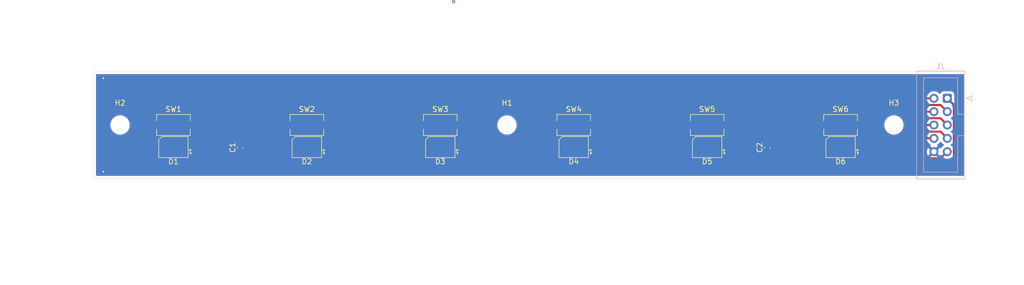
<source format=kicad_pcb>
(kicad_pcb (version 20240108) (generator "pcbnew") (generator_version "8.0")
  (layers (0 "F.Cu" signal) (31 "B.Cu" signal) (34 "B.Paste" user) (35 "F.Paste" user) (36 "B.SilkS" user "B.Silkscreen") (37 "F.SilkS" user "F.Silkscreen") (38 "B.Mask" user) (39 "F.Mask" user) (44 "Edge.Cuts" user))
  (net 0 "")
  (net 1 "GND")
  (net 2 "+3V3")
  (net 3 "Net-(D1-DIN)")
  (net 4 "Net-(D1-DOUT)")
  (net 5 "Net-(D2-DOUT)")
  (net 6 "Net-(D3-DOUT)")
  (net 7 "Net-(D4-DOUT)")
  (net 8 "Net-(D5-DOUT)")
  (net 9 "Net-(D6-DOUT)")
  (net 10 "Net-(J1-Pin_5)")
  (net 11 "Net-(J1-Pin_8)")
  (net 12 "Net-(J1-Pin_6)")
  (net 13 "Net-(J1-Pin_3)")
  (net 14 "Net-(J1-Pin_7)")
  (net 15 "Net-(J1-Pin_4)")
  (footprint "Button_Switch_SMD:SW_Tactile_SPST_NO_Straight_CK_PTS636Sx25SMTRLFS" (layer "F.Cu") (at 101.6 50.8)
    (property "Reference" "SW3" (at 0 -3 0) (layer "F.SilkS"))
    (property "Value" "SW_Push")
    (fp_line (start -3.2 -2) (end -3.2 -0.8) (stroke (width 0.12)) (layer "F.SilkS"))
    (fp_line (start -3.2 0.8) (end -3.2 2) (stroke (width 0.12)) (layer "F.SilkS"))
    (fp_line (start -3.2 2) (end 3.2 2) (stroke (width 0.12)) (layer "F.SilkS"))
    (fp_line (start 3.2 -2) (end -3.2 -2) (stroke (width 0.12)) (layer "F.SilkS"))
    (fp_line (start 3.2 -0.8) (end 3.2 -2) (stroke (width 0.12)) (layer "F.SilkS"))
    (fp_line (start 3.2 2) (end 3.2 0.8) (stroke (width 0.12)) (layer "F.SilkS"))
    (pad "1" smd rect (at -3.875 0) (size 1.25 1) (layers "F.Cu" "F.Paste" "F.Mask") (net 10 "Net-(J1-Pin_5)"))
    (pad "2" smd rect (at 3.875 0) (size 1.25 1) (layers "F.Cu" "F.Paste" "F.Mask") (net 1 "GND"))
  )
  (footprint "Button_Switch_SMD:SW_Tactile_SPST_NO_Straight_CK_PTS636Sx25SMTRLFS" (layer "F.Cu") (at 50.8 50.8)
    (property "Reference" "SW1" (at 0 -3 0) (layer "F.SilkS"))
    (property "Value" "SW_Push")
    (fp_line (start -3.2 -2) (end -3.2 -0.8) (stroke (width 0.12)) (layer "F.SilkS"))
    (fp_line (start -3.2 0.8) (end -3.2 2) (stroke (width 0.12)) (layer "F.SilkS"))
    (fp_line (start -3.2 2) (end 3.2 2) (stroke (width 0.12)) (layer "F.SilkS"))
    (fp_line (start 3.2 -2) (end -3.2 -2) (stroke (width 0.12)) (layer "F.SilkS"))
    (fp_line (start 3.2 -0.8) (end 3.2 -2) (stroke (width 0.12)) (layer "F.SilkS"))
    (fp_line (start 3.2 2) (end 3.2 0.8) (stroke (width 0.12)) (layer "F.SilkS"))
    (pad "1" smd rect (at -3.875 0) (size 1.25 1) (layers "F.Cu" "F.Paste" "F.Mask") (net 13 "Net-(J1-Pin_3)"))
    (pad "2" smd rect (at 3.875 0) (size 1.25 1) (layers "F.Cu" "F.Paste" "F.Mask") (net 1 "GND"))
  )
  (footprint "Button_Switch_SMD:SW_Tactile_SPST_NO_Straight_CK_PTS636Sx25SMTRLFS" (layer "F.Cu") (at 177.8 50.8)
    (property "Reference" "SW6" (at 0 -3 0) (layer "F.SilkS"))
    (property "Value" "SW_Push")
    (fp_line (start -3.2 -2) (end -3.2 -0.8) (stroke (width 0.12)) (layer "F.SilkS"))
    (fp_line (start -3.2 0.8) (end -3.2 2) (stroke (width 0.12)) (layer "F.SilkS"))
    (fp_line (start -3.2 2) (end 3.2 2) (stroke (width 0.12)) (layer "F.SilkS"))
    (fp_line (start 3.2 -2) (end -3.2 -2) (stroke (width 0.12)) (layer "F.SilkS"))
    (fp_line (start 3.2 -0.8) (end 3.2 -2) (stroke (width 0.12)) (layer "F.SilkS"))
    (fp_line (start 3.2 2) (end 3.2 0.8) (stroke (width 0.12)) (layer "F.SilkS"))
    (pad "1" smd rect (at -3.875 0) (size 1.25 1) (layers "F.Cu" "F.Paste" "F.Mask") (net 11 "Net-(J1-Pin_8)"))
    (pad "2" smd rect (at 3.875 0) (size 1.25 1) (layers "F.Cu" "F.Paste" "F.Mask") (net 1 "GND"))
  )
  (footprint "Button_Switch_SMD:SW_Tactile_SPST_NO_Straight_CK_PTS636Sx25SMTRLFS" (layer "F.Cu") (at 152.4 50.8)
    (property "Reference" "SW5" (at 0 -3 0) (layer "F.SilkS"))
    (property "Value" "SW_Push")
    (fp_line (start -3.2 -2) (end -3.2 -0.8) (stroke (width 0.12)) (layer "F.SilkS"))
    (fp_line (start -3.2 0.8) (end -3.2 2) (stroke (width 0.12)) (layer "F.SilkS"))
    (fp_line (start -3.2 2) (end 3.2 2) (stroke (width 0.12)) (layer "F.SilkS"))
    (fp_line (start 3.2 -2) (end -3.2 -2) (stroke (width 0.12)) (layer "F.SilkS"))
    (fp_line (start 3.2 -0.8) (end 3.2 -2) (stroke (width 0.12)) (layer "F.SilkS"))
    (fp_line (start 3.2 2) (end 3.2 0.8) (stroke (width 0.12)) (layer "F.SilkS"))
    (pad "1" smd rect (at -3.875 0) (size 1.25 1) (layers "F.Cu" "F.Paste" "F.Mask") (net 14 "Net-(J1-Pin_7)"))
    (pad "2" smd rect (at 3.875 0) (size 1.25 1) (layers "F.Cu" "F.Paste" "F.Mask") (net 1 "GND"))
  )
  (footprint "Button_Switch_SMD:SW_Tactile_SPST_NO_Straight_CK_PTS636Sx25SMTRLFS" (layer "F.Cu") (at 127 50.8)
    (property "Reference" "SW4" (at 0 -3 0) (layer "F.SilkS"))
    (property "Value" "SW_Push")
    (fp_line (start -3.2 -2) (end -3.2 -0.8) (stroke (width 0.12)) (layer "F.SilkS"))
    (fp_line (start -3.2 0.8) (end -3.2 2) (stroke (width 0.12)) (layer "F.SilkS"))
    (fp_line (start -3.2 2) (end 3.2 2) (stroke (width 0.12)) (layer "F.SilkS"))
    (fp_line (start 3.2 -2) (end -3.2 -2) (stroke (width 0.12)) (layer "F.SilkS"))
    (fp_line (start 3.2 -0.8) (end 3.2 -2) (stroke (width 0.12)) (layer "F.SilkS"))
    (fp_line (start 3.2 2) (end 3.2 0.8) (stroke (width 0.12)) (layer "F.SilkS"))
    (pad "1" smd rect (at -3.875 0) (size 1.25 1) (layers "F.Cu" "F.Paste" "F.Mask") (net 12 "Net-(J1-Pin_6)"))
    (pad "2" smd rect (at 3.875 0) (size 1.25 1) (layers "F.Cu" "F.Paste" "F.Mask") (net 1 "GND"))
  )
  (footprint "MountingHole:MountingHole_3.2mm_M3" (layer "F.Cu") (at 40.64 50.8)
    (property "Reference" "H2" (at 0 -4.2 0) (layer "F.SilkS"))
    (property "Value" "MountingHole")
    (pad "" np_thru_hole circle (at 0 0) (size 3.2 3.2) (drill 3.2) (layers "*.Cu" "*.Mask"))
  )
  (footprint "MountingHole:MountingHole_3.2mm_M3" (layer "F.Cu") (at 114.3 50.8)
    (property "Reference" "H1" (at 0 -4.2 0) (layer "F.SilkS"))
    (property "Value" "MountingHole")
    (pad "" np_thru_hole circle (at 0 0) (size 3.2 3.2) (drill 3.2) (layers "*.Cu" "*.Mask"))
  )
  (footprint "Capacitor_SMD:C_0603_1608Metric" (layer "F.Cu") (at 63.5 55.105 90)
    (property "Reference" "C1" (at 0 -1.43 90) (layer "F.SilkS"))
    (property "Value" "C")
    (fp_line (start -0.14058 -0.51) (end 0.14058 -0.51) (stroke (width 0.12)) (layer "F.SilkS"))
    (fp_line (start -0.14058 0.51) (end 0.14058 0.51) (stroke (width 0.12)) (layer "F.SilkS"))
    (pad "1" smd roundrect (at -0.775 0 90) (size 0.9 0.95) (layers "F.Cu" "F.Paste" "F.Mask") (net 2 "+3V3"))
    (pad "2" smd roundrect (at 0.775 0 90) (size 0.9 0.95) (layers "F.Cu" "F.Paste" "F.Mask") (net 1 "GND"))
  )
  (footprint "LED_SMD:LED_SK6812MINI_PLCC4_3.5x3.5mm_P1.75mm" (layer "F.Cu") (at 152.4 55.005 180)
    (property "Reference" "D5" (at 0 -2.75 360) (layer "F.SilkS"))
    (property "Value" "SK6812MINI")
    (fp_line (start 2.8 1.4) (end 2.8 -2) (stroke (width 0.12)) (layer "F.SilkS"))
    (fp_line (start 2.8 1.4) (end 2.2 2) (stroke (width 0.12)) (layer "F.SilkS"))
    (fp_line (start -2.8 2) (end 2.2 2) (stroke (width 0.12)) (layer "F.SilkS"))
    (fp_line (start -2.8 -2) (end 2.8 -2) (stroke (width 0.12)) (layer "F.SilkS"))
    (fp_line (start -2.8 -2) (end -2.8 2) (stroke (width 0.12)) (layer "F.SilkS"))
    (fp_text user "1" (at -3.2 -0.875 180) (layer "F.SilkS") (effects (font (size 0.8 0.8))))
    (pad "1" smd rect (at -1.75 -0.875 180) (size 1.6 0.85) (layers "F.Cu" "F.Paste" "F.Mask") (net 8 "Net-(D5-DOUT)"))
    (pad "2" smd rect (at -1.75 0.875 180) (size 1.6 0.85) (layers "F.Cu" "F.Paste" "F.Mask") (net 1 "GND"))
    (pad "3" smd rect (at 1.75 0.875 180) (size 1.6 0.85) (layers "F.Cu" "F.Paste" "F.Mask") (net 7 "Net-(D4-DOUT)"))
    (pad "4" smd rect (at 1.75 -0.875 180) (size 1.6 0.85) (layers "F.Cu" "F.Paste" "F.Mask") (net 2 "+3V3"))
  )
  (footprint "LED_SMD:LED_SK6812MINI_PLCC4_3.5x3.5mm_P1.75mm" (layer "F.Cu") (at 127 55.005 180)
    (property "Reference" "D4" (at 0 -2.75 360) (layer "F.SilkS"))
    (property "Value" "SK6812MINI")
    (fp_line (start 2.8 1.4) (end 2.8 -2) (stroke (width 0.12)) (layer "F.SilkS"))
    (fp_line (start 2.8 1.4) (end 2.2 2) (stroke (width 0.12)) (layer "F.SilkS"))
    (fp_line (start -2.8 2) (end 2.2 2) (stroke (width 0.12)) (layer "F.SilkS"))
    (fp_line (start -2.8 -2) (end 2.8 -2) (stroke (width 0.12)) (layer "F.SilkS"))
    (fp_line (start -2.8 -2) (end -2.8 2) (stroke (width 0.12)) (layer "F.SilkS"))
    (fp_text user "1" (at -3.2 -0.875 180) (layer "F.SilkS") (effects (font (size 0.8 0.8))))
    (pad "1" smd rect (at -1.75 -0.875 180) (size 1.6 0.85) (layers "F.Cu" "F.Paste" "F.Mask") (net 7 "Net-(D4-DOUT)"))
    (pad "2" smd rect (at -1.75 0.875 180) (size 1.6 0.85) (layers "F.Cu" "F.Paste" "F.Mask") (net 1 "GND"))
    (pad "3" smd rect (at 1.75 0.875 180) (size 1.6 0.85) (layers "F.Cu" "F.Paste" "F.Mask") (net 6 "Net-(D3-DOUT)"))
    (pad "4" smd rect (at 1.75 -0.875 180) (size 1.6 0.85) (layers "F.Cu" "F.Paste" "F.Mask") (net 2 "+3V3"))
  )
  (footprint "LED_SMD:LED_SK6812MINI_PLCC4_3.5x3.5mm_P1.75mm" (layer "F.Cu") (at 101.6 55.005 180)
    (property "Reference" "D3" (at 0 -2.75 360) (layer "F.SilkS"))
    (property "Value" "SK6812MINI")
    (fp_line (start 2.8 1.4) (end 2.8 -2) (stroke (width 0.12)) (layer "F.SilkS"))
    (fp_line (start 2.8 1.4) (end 2.2 2) (stroke (width 0.12)) (layer "F.SilkS"))
    (fp_line (start -2.8 2) (end 2.2 2) (stroke (width 0.12)) (layer "F.SilkS"))
    (fp_line (start -2.8 -2) (end 2.8 -2) (stroke (width 0.12)) (layer "F.SilkS"))
    (fp_line (start -2.8 -2) (end -2.8 2) (stroke (width 0.12)) (layer "F.SilkS"))
    (fp_text user "1" (at -3.2 -0.875 180) (layer "F.SilkS") (effects (font (size 0.8 0.8))))
    (pad "1" smd rect (at -1.75 -0.875 180) (size 1.6 0.85) (layers "F.Cu" "F.Paste" "F.Mask") (net 6 "Net-(D3-DOUT)"))
    (pad "2" smd rect (at -1.75 0.875 180) (size 1.6 0.85) (layers "F.Cu" "F.Paste" "F.Mask") (net 1 "GND"))
    (pad "3" smd rect (at 1.75 0.875 180) (size 1.6 0.85) (layers "F.Cu" "F.Paste" "F.Mask") (net 5 "Net-(D2-DOUT)"))
    (pad "4" smd rect (at 1.75 -0.875 180) (size 1.6 0.85) (layers "F.Cu" "F.Paste" "F.Mask") (net 2 "+3V3"))
  )
  (footprint "LED_SMD:LED_SK6812MINI_PLCC4_3.5x3.5mm_P1.75mm" (layer "F.Cu") (at 50.8 55.005 180)
    (property "Reference" "D1" (at 0 -2.75 360) (layer "F.SilkS"))
    (property "Value" "SK6812MINI")
    (fp_line (start 2.8 1.4) (end 2.8 -2) (stroke (width 0.12)) (layer "F.SilkS"))
    (fp_line (start 2.8 1.4) (end 2.2 2) (stroke (width 0.12)) (layer "F.SilkS"))
    (fp_line (start -2.8 2) (end 2.2 2) (stroke (width 0.12)) (layer "F.SilkS"))
    (fp_line (start -2.8 -2) (end 2.8 -2) (stroke (width 0.12)) (layer "F.SilkS"))
    (fp_line (start -2.8 -2) (end -2.8 2) (stroke (width 0.12)) (layer "F.SilkS"))
    (fp_text user "1" (at -3.2 -0.875 180) (layer "F.SilkS") (effects (font (size 0.8 0.8))))
    (pad "1" smd rect (at -1.75 -0.875 180) (size 1.6 0.85) (layers "F.Cu" "F.Paste" "F.Mask") (net 4 "Net-(D1-DOUT)"))
    (pad "2" smd rect (at -1.75 0.875 180) (size 1.6 0.85) (layers "F.Cu" "F.Paste" "F.Mask") (net 1 "GND"))
    (pad "3" smd rect (at 1.75 0.875 180) (size 1.6 0.85) (layers "F.Cu" "F.Paste" "F.Mask") (net 3 "Net-(D1-DIN)"))
    (pad "4" smd rect (at 1.75 -0.875 180) (size 1.6 0.85) (layers "F.Cu" "F.Paste" "F.Mask") (net 2 "+3V3"))
  )
  (footprint "LED_SMD:LED_SK6812MINI_PLCC4_3.5x3.5mm_P1.75mm" (layer "F.Cu") (at 177.8 55.005 180)
    (property "Reference" "D6" (at 0 -2.75 360) (layer "F.SilkS"))
    (property "Value" "SK6812MINI")
    (fp_line (start 2.8 1.4) (end 2.8 -2) (stroke (width 0.12)) (layer "F.SilkS"))
    (fp_line (start 2.8 1.4) (end 2.2 2) (stroke (width 0.12)) (layer "F.SilkS"))
    (fp_line (start -2.8 2) (end 2.2 2) (stroke (width 0.12)) (layer "F.SilkS"))
    (fp_line (start -2.8 -2) (end 2.8 -2) (stroke (width 0.12)) (layer "F.SilkS"))
    (fp_line (start -2.8 -2) (end -2.8 2) (stroke (width 0.12)) (layer "F.SilkS"))
    (fp_text user "1" (at -3.2 -0.875 180) (layer "F.SilkS") (effects (font (size 0.8 0.8))))
    (pad "1" smd rect (at -1.75 -0.875 180) (size 1.6 0.85) (layers "F.Cu" "F.Paste" "F.Mask") (net 9 "Net-(D6-DOUT)"))
    (pad "2" smd rect (at -1.75 0.875 180) (size 1.6 0.85) (layers "F.Cu" "F.Paste" "F.Mask") (net 1 "GND"))
    (pad "3" smd rect (at 1.75 0.875 180) (size 1.6 0.85) (layers "F.Cu" "F.Paste" "F.Mask") (net 8 "Net-(D5-DOUT)"))
    (pad "4" smd rect (at 1.75 -0.875 180) (size 1.6 0.85) (layers "F.Cu" "F.Paste" "F.Mask") (net 2 "+3V3"))
  )
  (footprint "Capacitor_SMD:C_0603_1608Metric" (layer "F.Cu") (at 163.83 55.105 90)
    (property "Reference" "C2" (at 0 -1.43 90) (layer "F.SilkS"))
    (property "Value" "C")
    (fp_line (start -0.14058 -0.51) (end 0.14058 -0.51) (stroke (width 0.12)) (layer "F.SilkS"))
    (fp_line (start -0.14058 0.51) (end 0.14058 0.51) (stroke (width 0.12)) (layer "F.SilkS"))
    (pad "1" smd roundrect (at -0.775 0 90) (size 0.9 0.95) (layers "F.Cu" "F.Paste" "F.Mask") (net 2 "+3V3"))
    (pad "2" smd roundrect (at 0.775 0 90) (size 0.9 0.95) (layers "F.Cu" "F.Paste" "F.Mask") (net 1 "GND"))
  )
  (footprint "MountingHole:MountingHole_3.2mm_M3" (layer "F.Cu") (at 187.96 50.8)
    (property "Reference" "H3" (at 0 -4.2 0) (layer "F.SilkS"))
    (property "Value" "MountingHole")
    (pad "" np_thru_hole circle (at 0 0) (size 3.2 3.2) (drill 3.2) (layers "*.Cu" "*.Mask"))
  )
  (footprint "Button_Switch_SMD:SW_Tactile_SPST_NO_Straight_CK_PTS636Sx25SMTRLFS" (layer "F.Cu") (at 76.2 50.8)
    (property "Reference" "SW2" (at 0 -3 0) (layer "F.SilkS"))
    (property "Value" "SW_Push")
    (fp_line (start -3.2 -2) (end -3.2 -0.8) (stroke (width 0.12)) (layer "F.SilkS"))
    (fp_line (start -3.2 0.8) (end -3.2 2) (stroke (width 0.12)) (layer "F.SilkS"))
    (fp_line (start -3.2 2) (end 3.2 2) (stroke (width 0.12)) (layer "F.SilkS"))
    (fp_line (start 3.2 -2) (end -3.2 -2) (stroke (width 0.12)) (layer "F.SilkS"))
    (fp_line (start 3.2 -0.8) (end 3.2 -2) (stroke (width 0.12)) (layer "F.SilkS"))
    (fp_line (start 3.2 2) (end 3.2 0.8) (stroke (width 0.12)) (layer "F.SilkS"))
    (pad "1" smd rect (at -3.875 0) (size 1.25 1) (layers "F.Cu" "F.Paste" "F.Mask") (net 15 "Net-(J1-Pin_4)"))
    (pad "2" smd rect (at 3.875 0) (size 1.25 1) (layers "F.Cu" "F.Paste" "F.Mask") (net 1 "GND"))
  )
  (footprint "LED_SMD:LED_SK6812MINI_PLCC4_3.5x3.5mm_P1.75mm" (layer "F.Cu") (at 76.2 55.005 180)
    (property "Reference" "D2" (at 0 -2.75 360) (layer "F.SilkS"))
    (property "Value" "SK6812MINI")
    (fp_line (start 2.8 1.4) (end 2.8 -2) (stroke (width 0.12)) (layer "F.SilkS"))
    (fp_line (start 2.8 1.4) (end 2.2 2) (stroke (width 0.12)) (layer "F.SilkS"))
    (fp_line (start -2.8 2) (end 2.2 2) (stroke (width 0.12)) (layer "F.SilkS"))
    (fp_line (start -2.8 -2) (end 2.8 -2) (stroke (width 0.12)) (layer "F.SilkS"))
    (fp_line (start -2.8 -2) (end -2.8 2) (stroke (width 0.12)) (layer "F.SilkS"))
    (fp_text user "1" (at -3.2 -0.875 180) (layer "F.SilkS") (effects (font (size 0.8 0.8))))
    (pad "1" smd rect (at -1.75 -0.875 180) (size 1.6 0.85) (layers "F.Cu" "F.Paste" "F.Mask") (net 5 "Net-(D2-DOUT)"))
    (pad "2" smd rect (at -1.75 0.875 180) (size 1.6 0.85) (layers "F.Cu" "F.Paste" "F.Mask") (net 1 "GND"))
    (pad "3" smd rect (at 1.75 0.875 180) (size 1.6 0.85) (layers "F.Cu" "F.Paste" "F.Mask") (net 4 "Net-(D1-DOUT)"))
    (pad "4" smd rect (at 1.75 -0.875 180) (size 1.6 0.85) (layers "F.Cu" "F.Paste" "F.Mask") (net 2 "+3V3"))
  )
  (footprint "Connector_IDC:IDC-Header_2x05_P2.54mm_Vertical" (layer "B.Cu") (at 198.12 45.72 180)
    (property "Reference" "J1" (at 1.27 6.1 0) (layer "B.SilkS") (effects (justify mirror)))
    (property "Value" "Conn_01x10")
    (fp_line (start 5.83 5.21) (end -3.29 5.21) (stroke (width 0.12)) (layer "B.SilkS"))
    (fp_line (start 5.83 -15.37) (end 5.83 5.21) (stroke (width 0.12)) (layer "B.SilkS"))
    (fp_line (start 4.52 3.91) (end -1.98 3.91) (stroke (width 0.12)) (layer "B.SilkS"))
    (fp_line (start 4.52 -14.07) (end 4.52 3.91) (stroke (width 0.12)) (layer "B.SilkS"))
    (fp_line (start -1.98 3.91) (end -1.98 -3.03) (stroke (width 0.12)) (layer "B.SilkS"))
    (fp_line (start -1.98 -3.03) (end -3.29 -3.03) (stroke (width 0.12)) (layer "B.SilkS"))
    (fp_line (start -1.98 -7.13) (end -1.98 -7.13) (stroke (width 0.12)) (layer "B.SilkS"))
    (fp_line (start -1.98 -7.13) (end -1.98 -14.07) (stroke (width 0.12)) (layer "B.SilkS"))
    (fp_line (start -1.98 -14.07) (end 4.52 -14.07) (stroke (width 0.12)) (layer "B.SilkS"))
    (fp_line (start -3.29 5.21) (end -3.29 -15.37) (stroke (width 0.12)) (layer "B.SilkS"))
    (fp_line (start -3.29 -7.13) (end -1.98 -7.13) (stroke (width 0.12)) (layer "B.SilkS"))
    (fp_line (start -3.29 -15.37) (end 5.83 -15.37) (stroke (width 0.12)) (layer "B.SilkS"))
    (fp_line (start -3.68 0) (end -4.68 -0.5) (stroke (width 0.12)) (layer "B.SilkS"))
    (fp_line (start -4.68 0.5) (end -3.68 0) (stroke (width 0.12)) (layer "B.SilkS"))
    (fp_line (start -4.68 -0.5) (end -4.68 0.5) (stroke (width 0.12)) (layer "B.SilkS"))
    (pad "1" thru_hole roundrect (at 0 0 180) (size 1.7 1.7) (drill 1) (layers "*.Cu" "*.Mask") (roundrect_rratio 0.147059) (net 2 "+3V3"))
    (pad "2" thru_hole circle (at 2.54 0 180) (size 1.7 1.7) (drill 1) (layers "*.Cu" "*.Mask") (net 3 "Net-(D1-DIN)"))
    (pad "3" thru_hole circle (at 0 -2.54 180) (size 1.7 1.7) (drill 1) (layers "*.Cu" "*.Mask") (net 13 "Net-(J1-Pin_3)"))
    (pad "4" thru_hole circle (at 2.54 -2.54 180) (size 1.7 1.7) (drill 1) (layers "*.Cu" "*.Mask") (net 15 "Net-(J1-Pin_4)"))
    (pad "5" thru_hole circle (at 0 -5.08 180) (size 1.7 1.7) (drill 1) (layers "*.Cu" "*.Mask") (net 10 "Net-(J1-Pin_5)"))
    (pad "6" thru_hole circle (at 2.54 -5.08 180) (size 1.7 1.7) (drill 1) (layers "*.Cu" "*.Mask") (net 12 "Net-(J1-Pin_6)"))
    (pad "7" thru_hole circle (at 0 -7.62 180) (size 1.7 1.7) (drill 1) (layers "*.Cu" "*.Mask") (net 14 "Net-(J1-Pin_7)"))
    (pad "8" thru_hole circle (at 2.54 -7.62 180) (size 1.7 1.7) (drill 1) (layers "*.Cu" "*.Mask") (net 11 "Net-(J1-Pin_8)"))
    (pad "9" thru_hole circle (at 0 -10.16 180) (size 1.7 1.7) (drill 1) (layers "*.Cu" "*.Mask") (net 9 "Net-(D6-DOUT)"))
    (pad "10" thru_hole circle (at 2.54 -10.16 180) (size 1.7 1.7) (drill 1) (layers "*.Cu" "*.Mask") (net 1 "GND"))
  )
  (gr_rect (start 35.56 40.64) (end 201.7925 60.96) (stroke (width 0.05)) (fill none) (layer "Edge.Cuts"))
  (via (at 104.14 27.305) (size 0.6) (drill 0.3) (layers "F.Cu" "B.Cu") (net 0))
  (segment (start 52.55 52.925) (end 54.675 50.8) (width 0.4) (layer "F.Cu") (net 1))
  (segment (start 52.55 54.13) (end 52.55 52.925) (width 0.4) (layer "F.Cu") (net 1))
  (via (at 37.465 59.69) (size 0.6) (drill 0.3) (layers "F.Cu" "B.Cu") (net 1))
  (via (at 37.465 41.91) (size 0.6) (drill 0.3) (layers "F.Cu" "B.Cu") (net 1))
  (segment (start 150.65 57.475) (end 150.495 57.63) (width 0.4) (layer "F.Cu") (net 2))
  (segment (start 63.5 57.63) (end 49.375 57.63) (width 0.4) (layer "F.Cu") (net 2))
  (segment (start 99.85 57.475) (end 99.695 57.63) (width 0.4) (layer "F.Cu") (net 2))
  (segment (start 150.65 55.88) (end 150.65 57.475) (width 0.4) (layer "F.Cu") (net 2))
  (segment (start 63.5 55.88) (end 63.5 57.63) (width 0.4) (layer "F.Cu") (net 2))
  (segment (start 176.05 55.88) (end 176.05 57.63) (width 0.4) (layer "F.Cu") (net 2))
  (segment (start 74.45 55.88) (end 74.45 57.475) (width 0.4) (layer "F.Cu") (net 2))
  (segment (start 74.45 57.475) (end 74.295 57.63) (width 0.4) (layer "F.Cu") (net 2))
  (segment (start 163.83 57.63) (end 150.495 57.63) (width 0.4) (layer "F.Cu") (net 2))
  (segment (start 99.695 57.63) (end 74.295 57.63) (width 0.4) (layer "F.Cu") (net 2))
  (segment (start 49.375 57.63) (end 49.05 57.305) (width 0.4) (layer "F.Cu") (net 2))
  (segment (start 199.37 46.97) (end 198.12 45.72) (width 0.4) (layer "F.Cu") (net 2))
  (segment (start 150.495 57.63) (end 125.095 57.63) (width 0.4) (layer "F.Cu") (net 2))
  (segment (start 125.25 57.475) (end 125.095 57.63) (width 0.4) (layer "F.Cu") (net 2))
  (segment (start 99.85 55.88) (end 99.85 57.475) (width 0.4) (layer "F.Cu") (net 2))
  (segment (start 125.095 57.63) (end 99.695 57.63) (width 0.4) (layer "F.Cu") (net 2))
  (segment (start 199.115 57.75) (end 199.37 57.495) (width 0.4) (layer "F.Cu") (net 2))
  (segment (start 175.26 57.63) (end 175.38 57.75) (width 0.4) (layer "F.Cu") (net 2))
  (segment (start 125.25 55.88) (end 125.25 57.475) (width 0.4) (layer "F.Cu") (net 2))
  (segment (start 74.295 57.63) (end 63.5 57.63) (width 0.4) (layer "F.Cu") (net 2))
  (segment (start 49.05 57.305) (end 49.05 55.88) (width 0.4) (layer "F.Cu") (net 2))
  (segment (start 199.37 57.495) (end 199.37 46.97) (width 0.4) (layer "F.Cu") (net 2))
  (segment (start 176.05 57.63) (end 175.26 57.63) (width 0.4) (layer "F.Cu") (net 2))
  (segment (start 163.83 55.88) (end 163.83 57.63) (width 0.4) (layer "F.Cu") (net 2))
  (segment (start 175.38 57.75) (end 199.115 57.75) (width 0.4) (layer "F.Cu") (net 2))
  (segment (start 175.26 57.63) (end 163.83 57.63) (width 0.4) (layer "F.Cu") (net 2))
  (segment (start 189.23 42.545) (end 52.07 42.545) (width 0.4) (layer "F.Cu") (net 3))
  (segment (start 52.07 42.545) (end 45.9 48.715) (width 0.4) (layer "F.Cu") (net 3))
  (segment (start 195.58 45.72) (end 192.405 45.72) (width 0.4) (layer "F.Cu") (net 3))
  (segment (start 47.78 54.13) (end 49.05 54.13) (width 0.4) (layer "F.Cu") (net 3))
  (segment (start 192.405 45.72) (end 189.23 42.545) (width 0.4) (layer "F.Cu") (net 3))
  (segment (start 45.9 52.25) (end 47.78 54.13) (width 0.4) (layer "F.Cu") (net 3))
  (segment (start 45.9 48.715) (end 45.9 52.25) (width 0.4) (layer "F.Cu") (net 3))
  (segment (start 73.45 55.13) (end 74.45 54.13) (width 0.2) (layer "F.Cu") (net 4))
  (segment (start 53.3 55.13) (end 73.45 55.13) (width 0.2) (layer "F.Cu") (net 4))
  (segment (start 52.55 55.88) (end 53.3 55.13) (width 0.2) (layer "F.Cu") (net 4))
  (segment (start 52.55 55.88) (end 53.34 55.88) (width 0.2) (layer "F.Cu") (net 4))
  (segment (start 77.95 55.88) (end 78.325 55.88) (width 0.4) (layer "F.Cu") (net 5))
  (segment (start 78.325 55.88) (end 80.075 54.13) (width 0.4) (layer "F.Cu") (net 5))
  (segment (start 80.075 54.13) (end 99.85 54.13) (width 0.4) (layer "F.Cu") (net 5))
  (segment (start 103.725 55.88) (end 105.475 54.13) (width 0.4) (layer "F.Cu") (net 6))
  (segment (start 103.35 55.88) (end 103.725 55.88) (width 0.4) (layer "F.Cu") (net 6))
  (segment (start 105.475 54.13) (end 125.25 54.13) (width 0.4) (layer "F.Cu") (net 6))
  (segment (start 130.875 54.13) (end 150.65 54.13) (width 0.4) (layer "F.Cu") (net 7))
  (segment (start 129.125 55.88) (end 130.875 54.13) (width 0.4) (layer "F.Cu") (net 7))
  (segment (start 128.75 55.88) (end 129.125 55.88) (width 0.4) (layer "F.Cu") (net 7))
  (segment (start 175.05 55.13) (end 176.05 54.13) (width 0.2) (layer "F.Cu") (net 8))
  (segment (start 154.9 55.13) (end 175.05 55.13) (width 0.2) (layer "F.Cu") (net 8))
  (segment (start 154.15 55.88) (end 154.9 55.13) (width 0.2) (layer "F.Cu") (net 8))
  (segment (start 180.82 57.15) (end 196.85 57.15) (width 0.4) (layer "F.Cu") (net 9))
  (segment (start 179.55 55.88) (end 180.82 57.15) (width 0.4) (layer "F.Cu") (net 9))
  (segment (start 196.85 57.15) (end 198.12 55.88) (width 0.4) (layer "F.Cu") (net 9))
  (segment (start 198.12 50.8) (end 196.83 49.51) (width 0.4) (layer "F.Cu") (net 10))
  (segment (start 104.005 44.52) (end 97.725 50.8) (width 0.4) (layer "F.Cu") (net 10))
  (segment (start 193.649416 49.51) (end 188.659416 44.52) (width 0.4) (layer "F.Cu") (net 10))
  (segment (start 188.659416 44.52) (end 104.005 44.52) (width 0.4) (layer "F.Cu") (net 10))
  (segment (start 196.83 49.51) (end 193.649416 49.51) (width 0.4) (layer "F.Cu") (net 10))
  (segment (start 187.392919 46.355) (end 194.377919 53.34) (width 0.4) (layer "F.Cu") (net 11))
  (segment (start 173.925 50.8) (end 178.37 46.355) (width 0.4) (layer "F.Cu") (net 11))
  (segment (start 178.37 46.355) (end 187.392919 46.355) (width 0.4) (layer "F.Cu") (net 11))
  (segment (start 194.377919 53.34) (end 195.58 53.34) (width 0.4) (layer "F.Cu") (net 11))
  (segment (start 128.93 45.12) (end 188.410888 45.12) (width 0.4) (layer "F.Cu") (net 12))
  (segment (start 188.410888 45.12) (end 194.090888 50.8) (width 0.4) (layer "F.Cu") (net 12))
  (segment (start 194.090888 50.8) (end 195.58 50.8) (width 0.4) (layer "F.Cu") (net 12))
  (segment (start 123.25 50.8) (end 128.93 45.12) (width 0.4) (layer "F.Cu") (net 12))
  (segment (start 123.125 50.8) (end 123.25 50.8) (width 0.4) (layer "F.Cu") (net 12))
  (segment (start 196.85 46.99) (end 192.826472 46.99) (width 0.4) (layer "F.Cu") (net 13))
  (segment (start 198.12 48.26) (end 196.85 46.99) (width 0.4) (layer "F.Cu") (net 13))
  (segment (start 189.156472 43.32) (end 54.405 43.32) (width 0.4) (layer "F.Cu") (net 13))
  (segment (start 54.405 43.32) (end 46.925 50.8) (width 0.4) (layer "F.Cu") (net 13))
  (segment (start 192.826472 46.99) (end 189.156472 43.32) (width 0.4) (layer "F.Cu") (net 13))
  (segment (start 153.605 45.72) (end 188.16236 45.72) (width 0.4) (layer "F.Cu") (net 14))
  (segment (start 188.16236 45.72) (end 194.51236 52.07) (width 0.4) (layer "F.Cu") (net 14))
  (segment (start 194.51236 52.07) (end 196.85 52.07) (width 0.4) (layer "F.Cu") (net 14))
  (segment (start 148.525 50.8) (end 153.605 45.72) (width 0.4) (layer "F.Cu") (net 14))
  (segment (start 196.85 52.07) (end 198.12 53.34) (width 0.4) (layer "F.Cu") (net 14))
  (segment (start 72.45 50.8) (end 79.33 43.92) (width 0.4) (layer "F.Cu") (net 15))
  (segment (start 188.907944 43.92) (end 193.247944 48.26) (width 0.4) (layer "F.Cu") (net 15))
  (segment (start 79.33 43.92) (end 188.907944 43.92) (width 0.4) (layer "F.Cu") (net 15))
  (segment (start 72.325 50.8) (end 72.45 50.8) (width 0.4) (layer "F.Cu") (net 15))
  (segment (start 193.247944 48.26) (end 195.58 48.26) (width 0.4) (layer "F.Cu") (net 15))
  (zone (net 1) (net_name "GND") (layers "F&B.Cu") (connect_pads (clearance 0.5)) (min_thickness 0.25) (fill yes (thermal_gap 0.5) (thermal_bridge_width 0.5))
    (polygon (pts (xy 22.86 33.655) (xy 212.725 33.02) (xy 202.565 81.28) (xy 17.78 77.47) (xy 18.415 77.47) (xy 17.78 40.005)))
  )
)
</source>
